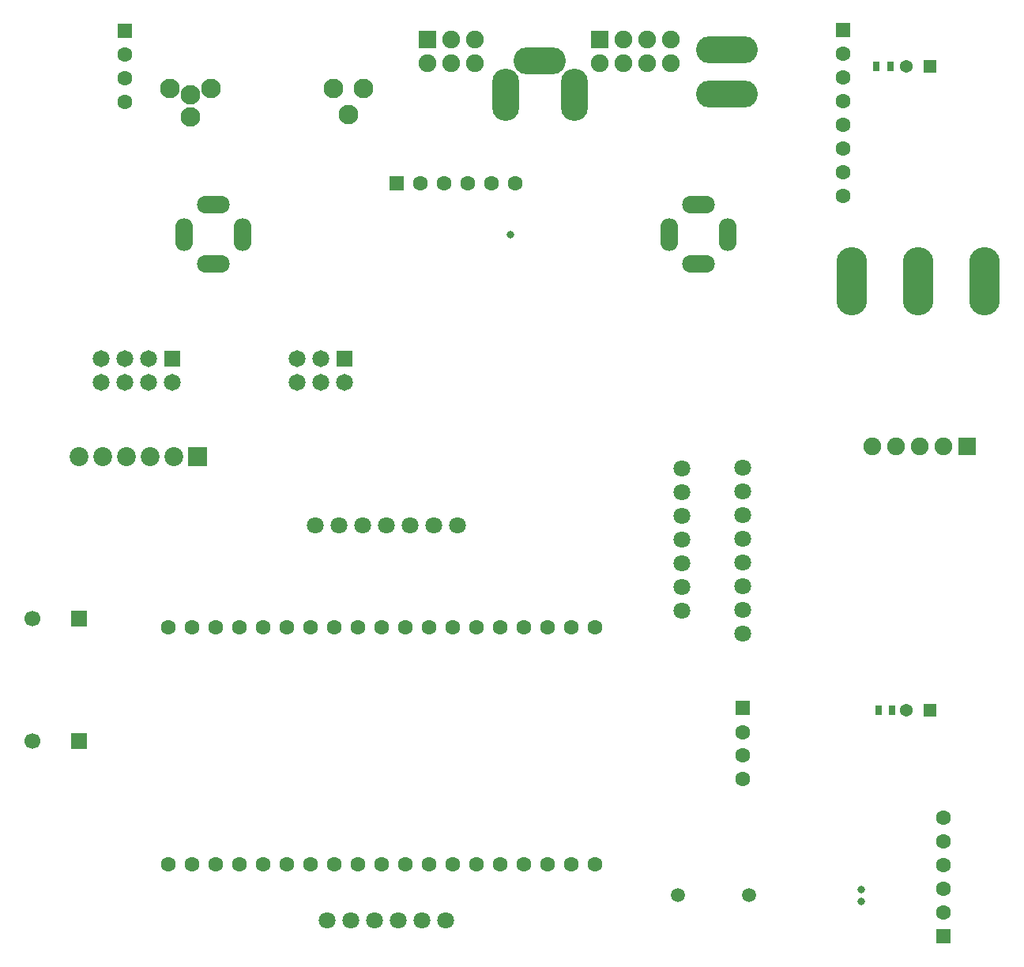
<source format=gbr>
G04 DipTrace 4.3.0.5*
G04 BottomMask.gbr*
%MOIN*%
G04 #@! TF.FileFunction,Soldermask,Bot*
G04 #@! TF.Part,Single*
%ADD26R,0.062992X0.062992*%
%ADD27C,0.062992*%
%ADD33C,0.070866*%
%ADD41C,0.066929*%
%ADD54C,0.031496*%
%ADD65R,0.053937X0.053937*%
%ADD67C,0.053937*%
%ADD69O,0.129921X0.287402*%
%ADD73O,0.259843X0.114173*%
%ADD75R,0.027559X0.03937*%
%ADD81C,0.05937*%
%ADD83C,0.07126*%
%ADD85R,0.07126X0.07126*%
%ADD87C,0.079528*%
%ADD89R,0.079528X0.079528*%
%ADD92O,0.137795X0.074803*%
%ADD94O,0.074803X0.137795*%
%ADD96C,0.074803*%
%ADD97R,0.074803X0.074803*%
%ADD98R,0.066929X0.066929*%
%ADD99O,0.220472X0.114173*%
%ADD101O,0.114173X0.220472*%
%ADD103C,0.082677*%
%FSLAX26Y26*%
G04*
G70*
G90*
G75*
G01*
G04 BotMask*
%LPD*%
D54*
X2688976Y3444882D3*
X4169293Y679133D3*
Y629920D3*
D27*
X2145669Y787402D3*
X2045669D3*
X2245669D3*
X2345669D3*
X1945669D3*
X2445669D3*
X1845669D3*
X2545669D3*
X1745669D3*
X2645669D3*
X1645669D3*
X2745669D3*
X1545669D3*
X1445669D3*
X2845669D3*
X2945669D3*
X1345669D3*
X1245669D3*
X3045669D3*
X2145669Y1787402D3*
X2045669D3*
X1945669D3*
X1845669D3*
X1745669D3*
X1645669D3*
X1545669D3*
X1445669D3*
X1345669D3*
X1245669D3*
X3045669D3*
X2945669D3*
X2845669D3*
X2745669D3*
X2645669D3*
X2545669D3*
X2445669D3*
X2345669D3*
X2245669D3*
D98*
X870079Y1307087D3*
D41*
X673228D3*
D98*
X870079Y1822835D3*
D41*
X673228D3*
D103*
X1944882Y4059055D3*
X2007874Y3948819D3*
X2070866Y4059055D3*
X1251969Y4061024D3*
X1338583Y4033465D3*
X1425197Y4061024D3*
X1338583Y3938976D3*
D101*
X2671260Y4033465D3*
X2958661D3*
D99*
X2814961Y4177165D3*
D97*
X2339370Y4265354D3*
D96*
Y4165354D3*
X2439370Y4265354D3*
Y4165354D3*
X2539370Y4265354D3*
Y4165354D3*
D97*
X3066142Y4265354D3*
D96*
Y4165354D3*
X3166142Y4265354D3*
Y4165354D3*
X3266142Y4265354D3*
Y4165354D3*
X3366142Y4265354D3*
Y4165354D3*
D94*
X1312992Y3444882D3*
X1561024D3*
D92*
X1437008Y3568898D3*
Y3320866D3*
D94*
X3360236Y3444882D3*
X3608268D3*
D92*
X3484252Y3568898D3*
Y3320866D3*
D26*
X2210630Y3661417D3*
D27*
X2311614D3*
X2510630D3*
X2410630D3*
X2610630D3*
X2710630D3*
D26*
X1062992Y4303543D3*
D27*
Y4202559D3*
Y4003543D3*
Y4103543D3*
D26*
X4517718Y482282D3*
D27*
Y583266D3*
Y782282D3*
Y682282D3*
Y882282D3*
Y982282D3*
D89*
X1370079Y2507874D3*
D87*
X1270079D3*
X1170079D3*
X1070079D3*
X970079D3*
X870079D3*
D26*
X4094488Y4306693D3*
D27*
Y4205709D3*
Y4006693D3*
Y4106693D3*
Y3906693D3*
Y3806693D3*
Y3706693D3*
Y3606693D3*
D85*
X1991339Y2921260D3*
D83*
Y2821260D3*
X1891339Y2921260D3*
Y2821260D3*
X1791339Y2921260D3*
Y2821260D3*
D85*
X1264567Y2921260D3*
D83*
Y2821260D3*
X1164567Y2921260D3*
Y2821260D3*
X1064567Y2921260D3*
Y2821260D3*
X964567Y2921260D3*
Y2821260D3*
D33*
X2315354Y551181D3*
X2415354D3*
X2115354D3*
X2015354D3*
X1915354D3*
X2215354D3*
X3413386Y2257480D3*
Y2357480D3*
Y2457480D3*
Y2057480D3*
Y1957480D3*
Y1857480D3*
Y2157480D3*
X2265354Y2216535D3*
X2365354D3*
X2465354D3*
X2065354D3*
X1965354D3*
X1865354D3*
X2165354D3*
X3669291Y2060236D3*
Y1960236D3*
Y1860236D3*
Y2260236D3*
Y1760236D3*
Y2360236D3*
Y2460236D3*
Y2160236D3*
D26*
Y1445276D3*
D27*
Y1344291D3*
Y1145276D3*
Y1245276D3*
D81*
X3696850Y657480D3*
X3397638D3*
D75*
X4293308Y4153542D3*
X4234253D3*
X4301182Y1437007D3*
X4242127D3*
D73*
X3602362Y4222441D3*
Y4035433D3*
D97*
X4618110Y2551181D3*
D96*
X4518110D3*
X4418110D3*
X4318110D3*
X4218110D3*
D69*
X4409449Y3248031D3*
X4128937D3*
X4689961D3*
D67*
X4359450Y4153542D3*
D65*
X4459450D3*
D67*
X4359450Y1437007D3*
D65*
X4459450D3*
M02*

</source>
